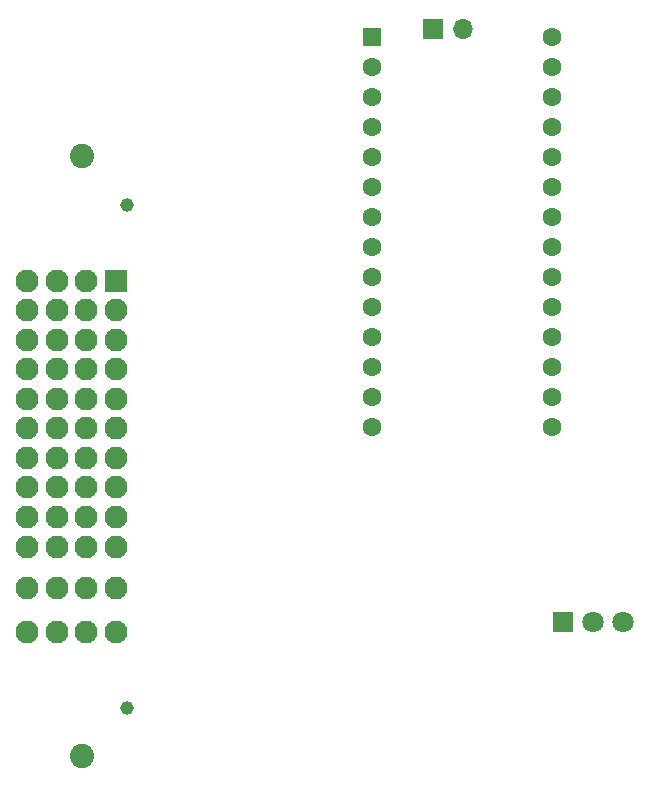
<source format=gbr>
%TF.GenerationSoftware,KiCad,Pcbnew,6.0.7+dfsg-1build1*%
%TF.CreationDate,2023-01-16T17:35:33+01:00*%
%TF.ProjectId,JoeMBMS_V2.2,4a6f654d-424d-4535-9f56-322e322e6b69,rev?*%
%TF.SameCoordinates,Original*%
%TF.FileFunction,Soldermask,Bot*%
%TF.FilePolarity,Negative*%
%FSLAX46Y46*%
G04 Gerber Fmt 4.6, Leading zero omitted, Abs format (unit mm)*
G04 Created by KiCad (PCBNEW 6.0.7+dfsg-1build1) date 2023-01-16 17:35:33*
%MOMM*%
%LPD*%
G01*
G04 APERTURE LIST*
%ADD10R,1.800000X1.800000*%
%ADD11C,1.800000*%
%ADD12R,1.950000X1.950000*%
%ADD13C,1.950000*%
%ADD14C,1.150000*%
%ADD15C,2.050000*%
%ADD16R,1.600000X1.600000*%
%ADD17C,1.600000*%
%ADD18R,1.700000X1.700000*%
%ADD19O,1.700000X1.700000*%
G04 APERTURE END LIST*
D10*
%TO.C,U3*%
X150600000Y-104000000D03*
D11*
X153140000Y-104000000D03*
X155680000Y-104000000D03*
%TD*%
D12*
%TO.C,J1*%
X112700000Y-75100000D03*
D13*
X110200000Y-75100000D03*
X107700000Y-75100000D03*
X105200000Y-75100000D03*
X112700000Y-77600000D03*
X110200000Y-77600000D03*
X107700000Y-77600000D03*
X105200000Y-77600000D03*
X112700000Y-80100000D03*
X110200000Y-80100000D03*
X107700000Y-80100000D03*
X105200000Y-80100000D03*
X112700000Y-82600000D03*
X110200000Y-82600000D03*
X107700000Y-82600000D03*
X105200000Y-82600000D03*
X112700000Y-85100000D03*
X110200000Y-85100000D03*
X107700000Y-85100000D03*
X105200000Y-85100000D03*
X112700000Y-87600000D03*
X110200000Y-87600000D03*
X107700000Y-87600000D03*
X105200000Y-87600000D03*
X112700000Y-90100000D03*
X110200000Y-90100000D03*
X107700000Y-90100000D03*
X105200000Y-90100000D03*
X112700000Y-92600000D03*
X110200000Y-92600000D03*
X107700000Y-92600000D03*
X105200000Y-92600000D03*
X112700000Y-95100000D03*
X110200000Y-95100000D03*
X107700000Y-95100000D03*
X105200000Y-95100000D03*
X112700000Y-97600000D03*
X110200000Y-97600000D03*
X107700000Y-97600000D03*
X105200000Y-97600000D03*
X112700000Y-101100000D03*
X110200000Y-101100000D03*
X107700000Y-101100000D03*
X105200000Y-101100000D03*
X112700000Y-104800000D03*
X110200000Y-104800000D03*
X107700000Y-104800000D03*
X105200000Y-104800000D03*
D14*
X113700000Y-68650000D03*
X113700000Y-111250000D03*
D15*
X109850000Y-64550000D03*
X109850000Y-115350000D03*
%TD*%
D16*
%TO.C,U1*%
X134380000Y-54490000D03*
D17*
X134380000Y-57030000D03*
X134380000Y-59570000D03*
X134380000Y-62110000D03*
X134380000Y-64650000D03*
X134380000Y-67190000D03*
X134380000Y-69730000D03*
X134380000Y-72270000D03*
X134380000Y-74810000D03*
X134380000Y-77350000D03*
X134380000Y-79890000D03*
X134380000Y-82430000D03*
X134380000Y-84970000D03*
X134380000Y-87510000D03*
X149620000Y-87510000D03*
X149620000Y-84970000D03*
X149620000Y-82430000D03*
X149620000Y-79890000D03*
X149620000Y-77350000D03*
X149620000Y-74810000D03*
X149620000Y-72270000D03*
X149620000Y-69730000D03*
X149620000Y-67190000D03*
X149620000Y-64650000D03*
X149620000Y-62110000D03*
X149620000Y-59570000D03*
X149620000Y-57030000D03*
X149620000Y-54490000D03*
%TD*%
D18*
%TO.C,REF\u002A\u002A*%
X139550000Y-53775000D03*
D19*
X142090000Y-53775000D03*
%TD*%
M02*

</source>
